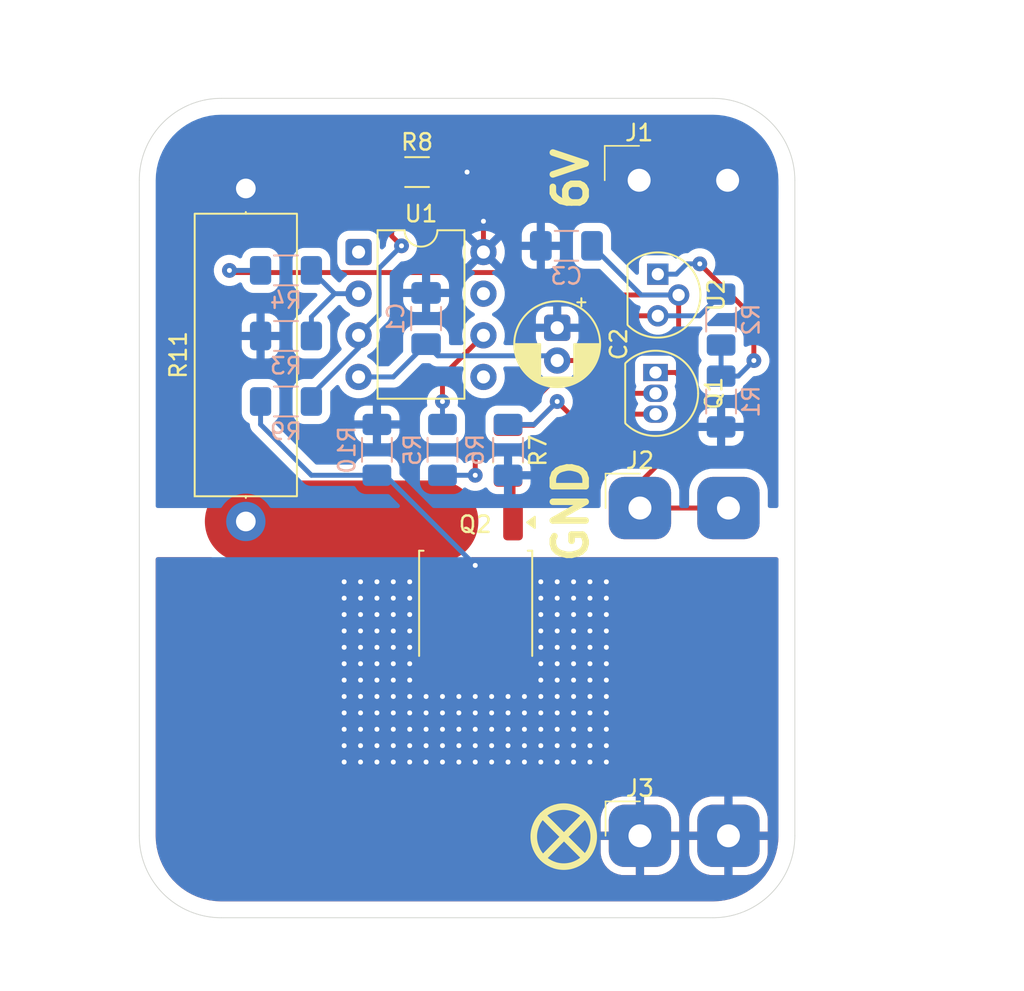
<source format=kicad_pcb>
(kicad_pcb (version 20241229) (generator "pcbnew") (generator_version "9.0")
  (layers (0 "F.Cu" signal) (2 "B.Cu" signal) (13 "F.Paste" user) (15 "B.Paste" user) (5 "F.SilkS" user "F.Silkscreen") (7 "B.SilkS" user "B.Silkscreen") (1 "F.Mask" user) (3 "B.Mask" user) (25 "Edge.Cuts" user))
  (net 0 "")
  (net 1 "VEE")
  (net 2 "VCC")
  (net 3 "GND")
  (net 4 "Net-(J3-Pin_1)")
  (net 5 "Net-(Q1-B)")
  (net 6 "Net-(Q1-E)")
  (net 7 "Net-(Q2-G)")
  (net 8 "Net-(U2-ADJ)")
  (net 9 "Net-(U1-XTAL1{slash}PB3)")
  (net 10 "Net-(U1-PB1)")
  (net 13 "Net-(Q2-S)")
  (net 14 "Net-(U1-XTAL2{slash}PB4)")
  (footprint "Package_TO_SOT_THT:TO-92" (layer "F.Cu") (at 131.64 110.73 -90)
    (property "Reference" "U2" (at 1.27 -3.56 90) (layer "F.SilkS"))
    (property "Value" "LM337_TO92")
    (fp_line (start -0.53 1.85) (end 3.07 1.85) (stroke (width 0.12)) (layer "F.SilkS"))
    (fp_arc (start -0.568478 1.838478) (mid -1.132087 -0.994977) (end 1.27 -2.6) (stroke (width 0.12)) (layer "F.SilkS"))
    (fp_arc (start 1.27 -2.6) (mid 3.672087 -0.994977) (end 3.108478 1.838478) (stroke (width 0.12)) (layer "F.SilkS"))
    (pad "1" thru_hole rect (at 0 0 270) (size 1.3 1.3) (drill 0.75) (layers "*.Cu" "*.Mask") (net 8 "Net-(U2-ADJ)"))
    (pad "2" thru_hole circle (at 1.27 -1.27 270) (size 1.3 1.3) (drill 0.75) (layers "*.Cu" "*.Mask") (net 3 "GND"))
    (pad "3" thru_hole circle (at 2.54 0 270) (size 1.3 1.3) (drill 0.75) (layers "*.Cu" "*.Mask") (net 1 "VEE"))
  )
  (footprint "own:BladeConn_6.3x0.8mm_Horizontal" (layer "F.Cu") (at 130.55 145)
    (property "Reference" "J3" (at 0 -2.9 0) (layer "F.SilkS"))
    (property "Value" "Conn_Blade")
    (fp_line (start -2.1 -2.1) (end -2.1 0) (stroke (width 0.1)) (layer "F.SilkS"))
    (fp_line (start 0 -2.1) (end -2.1 -2.1) (stroke (width 0.1)) (layer "F.SilkS"))
    (pad "1" thru_hole roundrect (at 0 0) (size 3.8 3.8) (drill 1.4) (layers "*.Cu" "*.Mask") (net 4 "Net-(J3-Pin_1)"))
    (pad "1" thru_hole roundrect (at 5.4 0) (size 3.8 3.8) (drill 1.4) (layers "*.Cu" "*.Mask") (net 4 "Net-(J3-Pin_1)"))
  )
  (footprint "Package_TO_SOT_SMD:TO-252-2" (layer "F.Cu") (at 120.525 130.915 -90)
    (property "Reference" "Q2" (at -4.915 0.025 0) (layer "F.SilkS"))
    (property "Value" "YJD70P03A")
    (fp_line (start -3.31 3.45) (end -3.31 3.18) (stroke (width 0.12)) (layer "F.SilkS"))
    (fp_line (start 3.11 3.45) (end -3.31 3.45) (stroke (width 0.12)) (layer "F.SilkS"))
    (fp_line (start -3.31 -3.45) (end -3.31 -3.18) (stroke (width 0.12)) (layer "F.SilkS"))
    (fp_line (start 3.11 -3.45) (end -3.31 -3.45) (stroke (width 0.12)) (layer "F.SilkS"))
    (fp_poly (pts (xy -5.04 -3.14) (xy -5.38 -3.61) (xy -4.7 -3.61)) (stroke (width 0.12)) (fill yes) (layer "F.SilkS"))
    (pad "1" smd roundrect (at -5.04 -2.28 270) (size 2.2 1.2) (layers "F.Cu" "F.Mask" "F.Paste") (roundrect_rratio 0.208333) (net 7 "Net-(Q2-G)"))
    (pad "2" smd roundrect (at 1.26 0 270) (size 6.4 5.8) (layers "F.Cu" "F.Mask") (roundrect_rratio 0.043103) (net 4 "Net-(J3-Pin_1)"))
    (pad "3" smd roundrect (at -5.04 2.28 270) (size 2.2 1.2) (layers "F.Cu" "F.Mask" "F.Paste") (roundrect_rratio 0.208333) (net 13 "Net-(Q2-S)"))
  )
  (footprint "own:BladeConn_6.3x0.8mm_Horizontal" (layer "F.Cu") (at 130.5 105)
    (property "Reference" "J1" (at 0 -2.9 0) (layer "F.SilkS"))
    (property "Value" "Conn_Blade")
    (fp_line (start -2.1 -2.1) (end -2.1 0) (stroke (width 0.1)) (layer "F.SilkS"))
    (fp_line (start 0 -2.1) (end -2.1 -2.1) (stroke (width 0.1)) (layer "F.SilkS"))
    (pad "1" thru_hole roundrect (at 0 0) (size 3.8 3.8) (drill 1.4) (layers "*.Cu" "*.Mask") (net 2 "VCC"))
    (pad "1" thru_hole roundrect (at 5.4 0) (size 3.8 3.8) (drill 1.4) (layers "*.Cu" "*.Mask") (net 2 "VCC"))
  )
  (footprint "Capacitor_THT:CP_Radial_D5.0mm_P2.00mm" (layer "F.Cu") (at 125.5 114 -90)
    (property "Reference" "C2" (at 1 -3.75 90) (layer "F.SilkS"))
    (property "Value" "10u")
    (fp_line (start 1 1.04) (end 1 2.58) (stroke (width 0.12)) (layer "F.SilkS"))
    (fp_line (start 1.04 1.04) (end 1.04 2.58) (stroke (width 0.12)) (layer "F.SilkS"))
    (fp_line (start 1.08 1.04) (end 1.08 2.579) (stroke (width 0.12)) (layer "F.SilkS"))
    (fp_line (start 1.12 1.04) (end 1.12 2.577) (stroke (width 0.12)) (layer "F.SilkS"))
    (fp_line (start 1.16 1.04) (end 1.16 2.575) (stroke (width 0.12)) (layer "F.SilkS"))
    (fp_line (start 1.2 1.04) (end 1.2 2.572) (stroke (width 0.12)) (layer "F.SilkS"))
    (fp_line (start 1.24 1.04) (end 1.24 2.569) (stroke (width 0.12)) (layer "F.SilkS"))
    (fp_line (start 1.28 1.04) (end 1.28 2.565) (stroke (width 0.12)) (layer "F.SilkS"))
    (fp_line (start 1.32 1.04) (end 1.32 2.56) (stroke (width 0.12)) (layer "F.SilkS"))
    (fp_line (start 1.36 1.04) (end 1.36 2.555) (stroke (width 0.12)) (layer "F.SilkS"))
    (fp_line (start 1.4 1.04) (end 1.4 2.549) (stroke (width 0.12)) (layer "F.SilkS"))
    (fp_line (start 1.44 1.04) (end 1.44 2.543) (stroke (width 0.12)) (layer "F.SilkS"))
    (fp_line (start 1.48 1.04) (end 1.48 2.536) (stroke (width 0.12)) (layer "F.SilkS"))
    (fp_line (start 1.52 1.04) (end 1.52 2.528) (stroke (width 0.12)) (layer "F.SilkS"))
    (fp_line (start 1.56 1.04) (end 1.56 2.519) (stroke (width 0.12)) (layer "F.SilkS"))
    (fp_line (start 1.6 1.04) (end 1.6 2.51) (stroke (width 0.12)) (layer "F.SilkS"))
    (fp_line (start 1.64 1.04) (end 1.64 2.501) (stroke (width 0.12)) (layer "F.SilkS"))
    (fp_line (start 1.68 1.04) (end 1.68 2.49) (stroke (width 0.12)) (layer "F.SilkS"))
    (fp_line (start 1.72 1.04) (end 1.72 2.479) (stroke (width 0.12)) (layer "F.SilkS"))
    (fp_line (start 1.76 1.04) (end 1.76 2.467) (stroke (width 0.12)) (layer "F.SilkS"))
    (fp_line (start 1.8 1.04) (end 1.8 2.455) (stroke (width 0.12)) (layer "F.SilkS"))
    (fp_line (start 1.84 1.04) (end 1.84 2.442) (stroke (width 0.12)) (layer "F.SilkS"))
    (fp_line (start 1.88 1.04) (end 1.88 2.428) (stroke (width 0.12)) (layer "F.SilkS"))
    (fp_line (start 1.92 1.04) (end 1.92 2.413) (stroke (width 0.12)) (layer "F.SilkS"))
    (fp_line (start 1.96 1.04) (end 1.96 2.398) (stroke (width 0.12)) (layer "F.SilkS"))
    (fp_line (start 2 1.04) (end 2 2.382) (stroke (width 0.12)) (layer "F.SilkS"))
    (fp_line (start 2.04 1.04) (end 2.04 2.365) (stroke (width 0.12)) (layer "F.SilkS"))
    (fp_line (start 2.08 1.04) (end 2.08 2.347) (stroke (width 0.12)) (layer "F.SilkS"))
    (fp_line (start 2.12 1.04) (end 2.12 2.329) (stroke (width 0.12)) (layer "F.SilkS"))
    (fp_line (start 2.16 1.04) (end 2.16 2.309) (stroke (width 0.12)) (layer "F.SilkS"))
    (fp_line (start 2.2 1.04) (end 2.2 2.289) (stroke (width 0.12)) (layer "F.SilkS"))
    (fp_line (start 2.24 1.04) (end 2.24 2.268) (stroke (width 0.12)) (layer "F.SilkS"))
    (fp_line (start 2.28 1.04) (end 2.28 2.246) (stroke (width 0.12)) (layer "F.SilkS"))
    (fp_line (start 2.32 1.04) (end 2.32 2.223) (stroke (width 0.12)) (layer "F.SilkS"))
    (fp_line (start 2.36 1.04) (end 2.36 2.199) (stroke (width 0.12)) (layer "F.SilkS"))
    (fp_line (start 2.4 1.04) (end 2.4 2.175) (stroke (width 0.12)) (layer "F.SilkS"))
    (fp_line (start 2.44 1.04) (end 2.44 2.149) (stroke (width 0.12)) (layer "F.SilkS"))
    (fp_line (start 2.48 1.04) (end 2.48 2.122) (stroke (width 0.12)) (layer "F.SilkS"))
    (fp_line (start 2.52 1.04) (end 2.52 2.094) (stroke (width 0.12)) (layer "F.SilkS"))
    (fp_line (start 2.56 1.04) (end 2.56 2.065) (stroke (width 0.12)) (layer "F.SilkS"))
    (fp_line (start 2.6 1.04) (end 2.6 2.035) (stroke (width 0.12)) (layer "F.SilkS"))
    (fp_line (start 2.64 1.04) (end 2.64 2.003) (stroke (width 0.12)) (layer "F.SilkS"))
    (fp_line (start 2.68 1.04) (end 2.68 1.97) (stroke (width 0.12)) (layer "F.SilkS"))
    (fp_line (start 2.72 1.04) (end 2.72 1.936) (stroke (width 0.12)) (layer "F.SilkS"))
    (fp_line (start 2.76 1.04) (end 2.76 1.901) (stroke (width 0.12)) (layer "F.SilkS"))
    (fp_line (start 2.8 1.04) (end 2.8 1.864) (stroke (width 0.12)) (layer "F.SilkS"))
    (fp_line (start 2.84 1.04) (end 2.84 1.825) (stroke (width 0.12)) (layer "F.SilkS"))
    (fp_line (start 2.88 1.04) (end 2.88 1.785) (stroke (width 0.12)) (layer "F.SilkS"))
    (fp_line (start 2.92 1.04) (end 2.92 1.743) (stroke (width 0.12)) (layer "F.SilkS"))
    (fp_line (start 2.96 1.04) (end 2.96 1.699) (stroke (width 0.12)) (layer "F.SilkS"))
    (fp_line (start 3 1.04) (end 3 1.652) (stroke (width 0.12)) (layer "F.SilkS"))
    (fp_line (start 3.6 -0.283) (end 3.6 0.283) (stroke (width 0.12)) (layer "F.SilkS"))
    (fp_line (start 3.56 -0.517) (end 3.56 0.517) (stroke (width 0.12)) (layer "F.SilkS"))
    (fp_line (start 3.52 -0.677) (end 3.52 0.677) (stroke (width 0.12)) (layer "F.SilkS"))
    (fp_line (start 3.48 -0.805) (end 3.48 0.805) (stroke (width 0.12)) (layer "F.SilkS"))
    (fp_line (start 3.44 -0.914) (end 3.44 0.914) (stroke (width 0.12)) (layer "F.SilkS"))
    (fp_line (start 3.4 -1.011) (end 3.4 1.011) (stroke (width 0.12)) (layer "F.SilkS"))
    (fp_line (start 3.36 -1.098) (end 3.36 1.098) (stroke (width 0.12)) (layer "F.SilkS"))
    (fp_line (start 3.32 -1.177) (end 3.32 1.177) (stroke (width 0.12)) (layer "F.SilkS"))
    (fp_line (start 3.28 -1.251) (end 3.28 1.251) (stroke (width 0.12)) (layer "F.SilkS"))
    (fp_line (start 3.24 -1.319) (end 3.24 1.319) (stroke (width 0.12)) (layer "F.SilkS"))
    (fp_line (start 3.2 -1.383) (end 3.2 1.383) (stroke (width 0.12)) (layer "F.SilkS"))
    (fp_line (start 3.16 -1.443) (end 3.16 1.443) (stroke (width 0.12)) (layer "F.SilkS"))
    (fp_line (start -1.804775 -1.475) (end -1.304775 -1.475) (stroke (width 0.12)) (layer "F.SilkS"))
    (fp_line (start 3.12 -1.499) (end 3.12 1.499) (stroke (width 0.12)) (layer "F.SilkS"))
    (fp_line (start 3.08 -1.553) (end 3.08 1.553) (stroke (width 0.12)) (layer "F.SilkS"))
    (fp_line (start 3.04 -1.604) (end 3.04 1.604) (stroke (width 0.12)) (layer "F.SilkS"))
    (fp_line (start 3 -1.652) (end 3 -1.04) (stroke (width 0.12)) (layer "F.SilkS"))
    (fp_line (start 2.96 -1.699) (end 2.96 -1.04) (stroke (width 0.12)) (layer "F.SilkS"))
    (fp_line (start -1.554775 -1.725) (end -1.554775 -1.225) (stroke (width 0.12)) (layer "F.SilkS"))
    (fp_line (start 2.92 -1.743) (end 2.92 -1.04) (stroke (width 0.12)) (layer "F.SilkS"))
    (fp_line (start 2.88 -1.785) (end 2.88 -1.04) (stroke (width 0.12)) (layer "F.SilkS"))
    (fp_line (start 2.84 -1.825) (end 2.84 -1.04) (stroke (width 0.12)) (layer "F.SilkS"))
    (fp_line (start 2.8 -1.864) (end 2.8 -1.04) (stroke (width 0.12)) (layer "F.SilkS"))
    (fp_line (start 2.76 -1.901) (end 2.76 -1.04) (stroke (width 0.12)) (layer "F.SilkS"))
    (fp_line (start 2.72 -1.936) (end 2.72 -1.04) (stroke (width 0.12)) (layer "F.SilkS"))
    (fp_line (start 2.68 -1.97) (end 2.68 -1.04) (stroke (width 0.12)) (layer "F.SilkS"))
    (fp_line (start 2.64 -2.003) (end 2.64 -1.04) (stroke (width 0.12)) (layer "F.SilkS"))
    (fp_line (start 2.6 -2.035) (end 2.6 -1.04) (stroke (width 0.12)) (layer "F.SilkS"))
    (fp_line (start 2.56 -2.065) (end 2.56 -1.04) (stroke (width 0.12)) (layer "F.SilkS"))
    (fp_line (start 2.52 -2.094) (end 2.52 -1.04) (stroke (width 0.12)) (layer "F.SilkS"))
    (fp_line (start 2.48 -2.122) (end 2.48 -1.04) (stroke (width 0.12)) (layer "F.SilkS"))
    (fp_line (start 2.44 -2.149) (end 2.44 -1.04) (stroke (width 0.12)) (layer "F.SilkS"))
    (fp_line (start 2.4 -2.175) (end 2.4 -1.04) (stroke (width 0.12)) (layer "F.SilkS"))
    (fp_line (start 2.36 -2.199) (end 2.36 -1.04) (stroke (width 0.12)) (layer "F.SilkS"))
    (fp_line (start 2.32 -2.223) (end 2.32 -1.04) (stroke (width 0.12)) (layer "F.SilkS"))
    (fp_line (start 2.28 -2.246) (end 2.28 -1.04) (stroke (width 0.12)) (layer "F.SilkS"))
    (fp_line (start 2.24 -2.268) (end 2.24 -1.04) (stroke (width 0.12)) (layer "F.SilkS"))
    (fp_line (start 2.2 -2.289) (end 2.2 -1.04) (stroke (width 0.12)) (layer "F.SilkS"))
    (fp_line (start 2.16 -2.309) (end 2.16 -1.04) (stroke (width 0.12)) (layer "F.SilkS"))
    (fp_line (start 2.12 -2.329) (end 2.12 -1.04) (stroke (width 0.12)) (layer "F.SilkS"))
    (fp_line (start 2.08 -2.347) (end 2.08 -1.04) (stroke (width 0.12)) (layer "F.SilkS"))
    (fp_line (start 2.04 -2.365) (end 2.04 -1.04) (stroke (width 0.12)) (layer "F.SilkS"))
    (fp_line (start 2 -2.382) (end 2 -1.04) (stroke (width 0.12)) (layer "F.SilkS"))
    (fp_line (start 1.96 -2.398) (end 1.96 -1.04) (stroke (width 0.12)) (layer "F.SilkS"))
    (fp_line (start 1.92 -2.413) (end 1.92 -1.04) (stroke (width 0.12)) (layer "F.SilkS"))
    (fp_line (start 1.88 -2.428) (end 1.88 -1.04) (stroke (width 0.12)) (layer "F.SilkS"))
    (fp_line (start 1.84 -2.442) (end 1.84 -1.04) (stroke (width 0.12)) (layer "F.SilkS"))
    (fp_line (start 1.8 -2.455) (end 1.8 -1.04) (stroke (width 0.12)) (layer "F.SilkS"))
    (fp_line (start 1.76 -2.467) (end 1.76 -1.04) (stroke (width 0.12)) (layer "F.SilkS"))
    (fp_line (start 1.72 -2.479) (end 1.72 -1.04) (stroke (width 0.12)) (layer "F.SilkS"))
    (fp_line (start 1.68 -2.49) (end 1.68 -1.04) (stroke (width 0.12)) (layer "F.SilkS"))
    (fp_line (start 1.64 -2.501) (end 1.64 -1.04) (stroke (width 0.12)) (layer "F.SilkS"))
    (fp_line (start 1.6 -2.51) (end 1.6 -1.04) (stroke (width 0.12)) (layer "F.SilkS"))
    (fp_line (start 1.56 -2.519) (end 1.56 -1.04) (stroke (width 0.12)) (layer "F.SilkS"))
    (fp_line (start 1.52 -2.528) (end 1.52 -1.04) (stroke (width 0.12)) (layer "F.SilkS"))
    (fp_line (start 1.48 -2.536) (end 1.48 -1.04) (stroke (width 0.12)) (layer "F.SilkS"))
    (fp_line (start 1.44 -2.543) (end 1.44 -1.04) (stroke (width 0.12)) (layer "F.SilkS"))
    (fp_line (start 1.4 -2.549) (end 1.4 -1.04) (stroke (width 0.12)) (layer "F.SilkS"))
    (fp_line (start 1.36 -2.555) (end 1.36 -1.04) (stroke (width 0.12)) (layer "F.SilkS"))
    (fp_line (start 1.32 -2.56) (end 1.32 -1.04) (stroke (width 0.12)) (layer "F.SilkS"))
    (fp_line (start 1.28 -2.565) (end 1.28 -1.04) (stroke (width 0.12)) (layer "F.SilkS"))
    (fp_line (start 1.24 -2.569) (end 1.24 -1.04) (stroke (width 0.12)) (layer "F.SilkS"))
    (fp_line (start 1.2 -2.572) (end 1.2 -1.04) (stroke (width 0.12)) (layer "F.SilkS"))
    (fp_line (start 1.16 -2.575) (end 1.16 -1.04) (stroke (width 0.12)) (layer "F.SilkS"))
    (fp_line (start 1.12 -2.577) (end 1.12 -1.04) (stroke (width 0.12)) (layer "F.SilkS"))
    (fp_line (start 1.08 -2.579) (end 1.08 -1.04) (stroke (width 0.12)) (layer "F.SilkS"))
    (fp_line (start 1 -2.58) (end 1 -1.04) (stroke (width 0.12)) (layer "F.SilkS"))
    (fp_line (start 1.04 -2.58) (end 1.04 -1.04) (stroke (width 0.12)) (layer "F.SilkS"))
    (fp_circle (center 1 0) (end 3.62 0) (stroke (width 0.12)) (fill no) (layer "F.SilkS"))
    (pad "1" thru_hole roundrect (at 0 0 270) (size 1.6 1.6) (drill 0.8) (layers "*.Cu" "*.Mask") (roundrect_rratio 0.15625) (net 2 "VCC"))
    (pad "2" thru_hole circle (at 2 0 270) (size 1.6 1.6) (drill 0.8) (layers "*.Cu" "*.Mask") (net 1 "VEE"))
  )
  (footprint "Package_DIP:DIP-8_W7.62mm" (layer "F.Cu") (at 113.38 109.38)
    (property "Reference" "U1" (at 3.81 -2.33 0) (layer "F.SilkS"))
    (property "Value" "ATtiny45-20P")
    (fp_line (start 1.16 -1.33) (end 1.16 8.95) (stroke (width 0.12)) (layer "F.SilkS"))
    (fp_line (start 1.16 8.95) (end 6.46 8.95) (stroke (width 0.12)) (layer "F.SilkS"))
    (fp_line (start 2.81 -1.33) (end 1.16 -1.33) (stroke (width 0.12)) (layer "F.SilkS"))
    (fp_line (start 6.46 -1.33) (end 4.81 -1.33) (stroke (width 0.12)) (layer "F.SilkS"))
    (fp_line (start 6.46 8.95) (end 6.46 -1.33) (stroke (width 0.12)) (layer "F.SilkS"))
    (fp_arc (start 4.81 -1.33) (mid 3.81 -0.33) (end 2.81 -1.33) (stroke (width 0.12)) (layer "F.SilkS"))
    (pad "1" thru_hole roundrect (at 0 0) (size 1.6 1.6) (drill 0.8) (layers "*.Cu" "*.Mask") (roundrect_rratio 0.15625))
    (pad "2" thru_hole circle (at 0 2.54) (size 1.6 1.6) (drill 0.8) (layers "*.Cu" "*.Mask") (net 9 "Net-(U1-XTAL1{slash}PB3)"))
    (pad "3" thru_hole circle (at 0 5.08) (size 1.6 1.6) (drill 0.8) (layers "*.Cu" "*.Mask") (net 14 "Net-(U1-XTAL2{slash}PB4)"))
    (pad "4" thru_hole circle (at 0 7.62) (size 1.6 1.6) (drill 0.8) (layers "*.Cu" "*.Mask") (net 1 "VEE"))
    (pad "5" thru_hole circle (at 7.62 7.62) (size 1.6 1.6) (drill 0.8) (layers "*.Cu" "*.Mask"))
    (pad "6" thru_hole circle (at 7.62 5.08) (size 1.6 1.6) (drill 0.8) (layers "*.Cu" "*.Mask") (net 10 "Net-(U1-PB1)"))
    (pad "7" thru_hole circle (at 7.62 2.54) (size 1.6 1.6) (drill 0.8) (layers "*.Cu" "*.Mask"))
    (pad "8" thru_hole circle (at 7.62 0) (size 1.6 1.6) (drill 0.8) (layers "*.Cu" "*.Mask") (net 2 "VCC"))
  )
  (footprint "own:BladeConn_6.3x0.8mm_Horizontal" (layer "F.Cu") (at 130.55 125)
    (property "Reference" "J2" (at 0 -2.9 0) (layer "F.SilkS"))
    (property "Value" "Conn_Blade")
    (fp_line (start -2.1 -2.1) (end -2.1 0) (stroke (width 0.1)) (layer "F.SilkS"))
    (fp_line (start 0 -2.1) (end -2.1 -2.1) (stroke (width 0.1)) (layer "F.SilkS"))
    (pad "1" thru_hole roundrect (at 0 0) (size 3.8 3.8) (drill 1.4) (layers "*.Cu" "*.Mask") (net 3 "GND"))
    (pad "1" thru_hole roundrect (at 5.4 0) (size 3.8 3.8) (drill 1.4) (layers "*.Cu" "*.Mask") (net 3 "GND"))
  )
  (footprint "Resistor_SMD:R_1206_3216Metric_Pad1.30x1.75mm_HandSolder" (layer "F.Cu") (at 122.5 121.5 -90)
    (property "Reference" "R7" (at 0 -1.83 90) (layer "F.SilkS"))
    (property "Value" "150")
    (fp_line (start -0.727064 0.91) (end 0.727064 0.91) (stroke (width 0.12)) (layer "F.SilkS"))
    (fp_line (start -0.727064 -0.91) (end 0.727064 -0.91) (stroke (width 0.12)) (layer "F.SilkS"))
    (pad "1" smd roundrect (at -1.55 0 270) (size 1.3 1.75) (layers "F.Cu" "F.Mask" "F.Paste") (roundrect_rratio 0.192308) (net 6 "Net-(Q1-E)"))
    (pad "2" smd roundrect (at 1.55 0 270) (size 1.3 1.75) (layers "F.Cu" "F.Mask" "F.Paste") (roundrect_rratio 0.192308) (net 7 "Net-(Q2-G)"))
  )
  (footprint "Resistor_THT:R_Axial_DIN0617_L17.0mm_D6.0mm_P20.32mm_Horizontal" (layer "F.Cu") (at 106.5 125.82 90)
    (property "Reference" "R11" (at 10.16 -4.12 90) (layer "F.SilkS"))
    (property "Value" "0,05/5W")
    (fp_line (start 18.88 0) (end 18.78 0) (stroke (width 0.12)) (layer "F.SilkS"))
    (fp_line (start 1.44 0) (end 1.54 0) (stroke (width 0.12)) (layer "F.SilkS"))
    (fp_rect (start 1.54 -3.12) (end 18.78 3.12) (stroke (width 0.12)) (fill no) (layer "F.SilkS"))
    (pad "1" thru_hole circle (at 0 0 90) (size 2.4 2.4) (drill 1.2) (layers "*.Cu" "*.Mask") (net 13 "Net-(Q2-S)"))
    (pad "2" thru_hole circle (at 20.32 0 90) (size 2.4 2.4) (drill 1.2) (layers "*.Cu" "*.Mask") (net 2 "VCC"))
  )
  (footprint "Resistor_SMD:R_1206_3216Metric_Pad1.30x1.75mm_HandSolder" (layer "F.Cu") (at 116.95 104.5)
    (property "Reference" "R8" (at 0 -1.83 0) (layer "F.SilkS"))
    (property "Value" "1,5k")
    (fp_line (start -0.727064 -0.91) (end 0.727064 -0.91) (stroke (width 0.12)) (layer "F.SilkS"))
    (fp_line (start -0.727064 0.91) (end 0.727064 0.91) (stroke (width 0.12)) (layer "F.SilkS"))
    (pad "1" smd roundrect (at -1.55 0) (size 1.3 1.75) (layers "F.Cu" "F.Mask" "F.Paste") (roundrect_rratio 0.192308) (net 14 "Net-(U1-XTAL2{slash}PB4)"))
    (pad "2" smd roundrect (at 1.55 0) (size 1.3 1.75) (layers "F.Cu" "F.Mask" "F.Paste") (roundrect_rratio 0.192308) (net 2 "VCC"))
  )
  (footprint "Package_TO_SOT_THT:TO-92_Inline" (layer "F.Cu") (at 131.5 116.73 -90)
    (property "Reference" "Q1" (at 1.27 -3.56 90) (layer "F.SilkS"))
    (property "Value" "BC327")
    (fp_line (start -0.53 1.85) (end 3.07 1.85) (stroke (width 0.12)) (layer "F.SilkS"))
    (fp_arc (start -0.568478 1.838478) (mid -1.132087 -0.994977) (end 1.27 -2.6) (stroke (width 0.12)) (layer "F.SilkS"))
    (fp_arc (start 1.27 -2.6) (mid 3.672087 -0.994977) (end 3.108478 1.838478) (stroke (width 0.12)) (layer "F.SilkS"))
    (pad "1" thru_hole rect (at 0 0 270) (size 1.05 1.5) (drill 0.75) (layers "*.Cu" "*.Mask") (net 3 "GND"))
    (pad "2" thru_hole oval (at 1.27 0 270) (size 1.05 1.5) (drill 0.75) (layers "*.Cu" "*.Mask") (net 5 "Net-(Q1-B)"))
    (pad "3" thru_hole oval (at 2.54 0 270) (size 1.05 1.5) (drill 0.75) (layers "*.Cu" "*.Mask") (net 6 "Net-(Q1-E)"))
  )
  (footprint "Resistor_SMD:R_1206_3216Metric_Pad1.30x1.75mm_HandSolder" (layer "B.Cu") (at 122.5 121.45 90)
    (property "Reference" "R6" (at 0 -2 90) (layer "B.SilkS") (effects (justify mirror)))
    (property "Value" "330")
    (fp_line (start -0.727064 -0.91) (end 0.727064 -0.91) (stroke (width 0.12)) (layer "B.SilkS"))
    (fp_line (start -0.727064 0.91) (end 0.727064 0.91) (stroke (width 0.12)) (layer "B.SilkS"))
    (pad "1" smd roundrect (at -1.55 0 90) (size 1.3 1.75) (layers "B.Cu" "B.Mask" "B.Paste") (roundrect_rratio 0.192308) (net 2 "VCC"))
    (pad "2" smd roundrect (at 1.55 0 90) (size 1.3 1.75) (layers "B.Cu" "B.Mask" "B.Paste") (roundrect_rratio 0.192308) (net 6 "Net-(Q1-E)"))
  )
  (footprint "Resistor_SMD:R_1206_3216Metric_Pad1.30x1.75mm_HandSolder" (layer "B.Cu") (at 108.95 110.5)
    (property "Reference" "R4" (at 0 1.83 0) (layer "B.SilkS") (effects (justify mirror)))
    (property "Value" "3,6k")
    (fp_line (start -0.727064 -0.91) (end 0.727064 -0.91) (stroke (width 0.12)) (layer "B.SilkS"))
    (fp_line (start -0.727064 0.91) (end 0.727064 0.91) (stroke (width 0.12)) (layer "B.SilkS"))
    (pad "1" smd roundrect (at -1.55 0) (size 1.3 1.75) (layers "B.Cu" "B.Mask" "B.Paste") (roundrect_rratio 0.192308) (net 3 "GND"))
    (pad "2" smd roundrect (at 1.55 0) (size 1.3 1.75) (layers "B.Cu" "B.Mask" "B.Paste") (roundrect_rratio 0.192308) (net 9 "Net-(U1-XTAL1{slash}PB3)"))
  )
  (footprint "Resistor_SMD:R_1206_3216Metric_Pad1.30x1.75mm_HandSolder" (layer "B.Cu") (at 108.95 118.5)
    (property "Reference" "R9" (at 0 1.83 0) (layer "B.SilkS") (effects (justify mirror)))
    (property "Value" "3,6k")
    (fp_line (start -0.727064 -0.91) (end 0.727064 -0.91) (stroke (width 0.12)) (layer "B.SilkS"))
    (fp_line (start -0.727064 0.91) (end 0.727064 0.91) (stroke (width 0.12)) (layer "B.SilkS"))
    (pad "1" smd roundrect (at -1.55 0) (size 1.3 1.75) (layers "B.Cu" "B.Mask" "B.Paste") (roundrect_rratio 0.192308) (net 4 "Net-(J3-Pin_1)"))
    (pad "2" smd roundrect (at 1.55 0) (size 1.3 1.75) (layers "B.Cu" "B.Mask" "B.Paste") (roundrect_rratio 0.192308) (net 14 "Net-(U1-XTAL2{slash}PB4)"))
  )
  (footprint "Resistor_SMD:R_1206_3216Metric_Pad1.30x1.75mm_HandSolder" (layer "B.Cu") (at 135.5 113.5 90)
    (property "Reference" "R2" (at 0 1.83 90) (layer "B.SilkS") (effects (justify mirror)))
    (property "Value" "120")
    (fp_line (start -0.727064 -0.91) (end 0.727064 -0.91) (stroke (width 0.12)) (layer "B.SilkS"))
    (fp_line (start -0.727064 0.91) (end 0.727064 0.91) (stroke (width 0.12)) (layer "B.SilkS"))
    (pad "1" smd roundrect (at -1.55 0 90) (size 1.3 1.75) (layers "B.Cu" "B.Mask" "B.Paste") (roundrect_rratio 0.192308) (net 8 "Net-(U2-ADJ)"))
    (pad "2" smd roundrect (at 1.55 0 90) (size 1.3 1.75) (layers "B.Cu" "B.Mask" "B.Paste") (roundrect_rratio 0.192308) (net 1 "VEE"))
  )
  (footprint "Capacitor_SMD:C_1206_3216Metric_Pad1.33x1.80mm_HandSolder" (layer "B.Cu") (at 117.5 113.4375 -90)
    (property "Reference" "C1" (at 0 1.85 90) (layer "B.SilkS") (effects (justify mirror)))
    (property "Value" "100n")
    (fp_line (start -0.711252 0.91) (end 0.711252 0.91) (stroke (width 0.12)) (layer "B.SilkS"))
    (fp_line (start -0.711252 -0.91) (end 0.711252 -0.91) (stroke (width 0.12)) (layer "B.SilkS"))
    (pad "1" smd roundrect (at -1.5625 0 270) (size 1.325 1.8) (layers "B.Cu" "B.Mask" "B.Paste") (roundrect_rratio 0.188679) (net 2 "VCC"))
    (pad "2" smd roundrect (at 1.5625 0 270) (size 1.325 1.8) (layers "B.Cu" "B.Mask" "B.Paste") (roundrect_rratio 0.188679) (net 1 "VEE"))
  )
  (footprint "Capacitor_SMD:C_1206_3216Metric_Pad1.33x1.80mm_HandSolder" (layer "B.Cu") (at 126.0625 109)
    (property "Reference" "C3" (at 0 1.85 0) (layer "B.SilkS") (effects (justify mirror)))
    (property "Value" "1u")
    (fp_line (start -0.711252 -0.91) (end 0.711252 -0.91) (stroke (width 0.12)) (layer "B.SilkS"))
    (fp_line (start -0.711252 0.91) (end 0.711252 0.91) (stroke (width 0.12)) (layer "B.SilkS"))
    (pad "1" smd roundrect (at -1.5625 0) (size 1.325 1.8) (layers "B.Cu" "B.Mask" "B.Paste") (roundrect_rratio 0.188679) (net 2 "VCC"))
    (pad "2" smd roundrect (at 1.5625 0) (size 1.325 1.8) (layers "B.Cu" "B.Mask" "B.Paste") (roundrect_rratio 0.188679) (net 3 "GND"))
  )
  (footprint "Resistor_SMD:R_1206_3216Metric_Pad1.30x1.75mm_HandSolder" (layer "B.Cu") (at 118.5 121.45 -90)
    (property "Reference" "R5" (at 0 1.83 90) (layer "B.SilkS") (effects (justify mirror)))
    (property "Value" "1k")
    (fp_line (start -0.727064 0.91) (end 0.727064 0.91) (stroke (width 0.12)) (layer "B.SilkS"))
    (fp_line (start -0.727064 -0.91) (end 0.727064 -0.91) (stroke (width 0.12)) (layer "B.SilkS"))
    (pad "1" smd roundrect (at -1.55 0 270) (size 1.3 1.75) (layers "B.Cu" "B.Mask" "B.Paste") (roundrect_rratio 0.192308) (net 10 "Net-(U1-PB1)"))
    (pad "2" smd roundrect (at 1.55 0 270) (size 1.3 1.75) (layers "B.Cu" "B.Mask" "B.Paste") (roundrect_rratio 0.192308) (net 5 "Net-(Q1-B)"))
  )
  (footprint "Resistor_SMD:R_1206_3216Metric_Pad1.30x1.75mm_HandSolder" (layer "B.Cu") (at 114.5 121.45 -90)
    (property "Reference" "R10" (at 0 1.83 90) (layer "B.SilkS") (effects (justify mirror)))
    (property "Value" "1,5k")
    (fp_line (start -0.727064 0.91) (end 0.727064 0.91) (stroke (width 0.12)) (layer "B.SilkS"))
    (fp_line (start -0.727064 -0.91) (end 0.727064 -0.91) (stroke (width 0.12)) (layer "B.SilkS"))
    (pad "1" smd roundrect (at -1.55 0 270) (size 1.3 1.75) (layers "B.Cu" "B.Mask" "B.Paste") (roundrect_rratio 0.192308) (net 2 "VCC"))
    (pad "2" smd roundrect (at 1.55 0 270) (size 1.3 1.75) (layers "B.Cu" "B.Mask" "B.Paste") (roundrect_rratio 0.192308) (net 4 "Net-(J3-Pin_1)"))
  )
  (footprint "Resistor_SMD:R_1206_3216Metric_Pad1.30x1.75mm_HandSolder" (layer "B.Cu") (at 108.95 114.5)
    (property "Reference" "R3" (at 0 1.83 0) (layer "B.SilkS") (effects (justify mirror)))
    (property "Value" "1,5k")
    (fp_line (start -0.727064 -0.91) (end 0.727064 -0.91) (stroke (width 0.12)) (layer "B.SilkS"))
    (fp_line (start -0.727064 0.91) (end 0.727064 0.91) (stroke (width 0.12)) (layer "B.SilkS"))
    (pad "1" smd roundrect (at -1.55 0) (size 1.3 1.75) (layers "B.Cu" "B.Mask" "B.Paste") (roundrect_rratio 0.192308) (net 2 "VCC"))
    (pad "2" smd roundrect (at 1.55 0) (size 1.3 1.75) (layers "B.Cu" "B.Mask" "B.Paste") (roundrect_rratio 0.192308) (net 9 "Net-(U1-XTAL1{slash}PB3)"))
  )
  (footprint "Resistor_SMD:R_1206_3216Metric_Pad1.30x1.75mm_HandSolder" (layer "B.Cu") (at 135.5 118.5 90)
    (property "Reference" "R1" (at 0 1.83 90) (layer "B.SilkS") (effects (justify mirror)))
    (property "Value" "200")
    (fp_line (start -0.727064 -0.91) (end 0.727064 -0.91) (stroke (width 0.12)) (layer "B.SilkS"))
    (fp_line (start -0.727064 0.91) (end 0.727064 0.91) (stroke (width 0.12)) (layer "B.SilkS"))
    (pad "1" smd roundrect (at -1.55 0 90) (size 1.3 1.75) (layers "B.Cu" "B.Mask" "B.Paste") (roundrect_rratio 0.192308) (net 2 "VCC"))
    (pad "2" smd roundrect (at 1.55 0 90) (size 1.3 1.75) (layers "B.Cu" "B.Mask" "B.Paste") (roundrect_rratio 0.192308) (net 8 "Net-(U2-ADJ)"))
  )
  (gr_circle (center 125.9 145.05) (end 124.85 143.55) (stroke (width 0.4)) (fill no) (layer "F.SilkS"))
  (gr_line (start 124.65 146.35) (end 127.15 143.8) (stroke (width 0.4)) (layer "F.SilkS"))
  (gr_line (start 124.6053 143.7553) (end 127.2 146.35) (stroke (width 0.4)) (layer "F.SilkS"))
  (gr_line (start 105 100) (end 135 100) (stroke (width 0.05)) (layer "Edge.Cuts"))
  (gr_arc (start 105 150) (mid 101.464466 148.535534) (end 100 145) (stroke (width 0.05)) (layer "Edge.Cuts"))
  (gr_line (start 140 105) (end 140 145) (stroke (width 0.05)) (layer "Edge.Cuts"))
  (gr_arc (start 100 105) (mid 101.464466 101.464466) (end 105 100) (stroke (width 0.05)) (layer "Edge.Cuts"))
  (gr_arc (start 140 145) (mid 138.535534 148.535534) (end 135 150) (stroke (width 0.05)) (layer "Edge.Cuts"))
  (gr_line (start 100 105) (end 100 145) (stroke (width 0.05)) (layer "Edge.Cuts"))
  (gr_arc (start 135 100) (mid 138.535534 101.464466) (end 140 105) (stroke (width 0.05)) (layer "Edge.Cuts"))
  (gr_line (start 105 150) (end 135 150) (stroke (width 0.05)) (layer "Edge.Cuts"))
  (gr_text "GND" (at 127.5 128.5 90) (layer "F.SilkS") (effects (font (size 2 2) (thickness 0.4) (bold yes)) (justify left bottom)))
  (gr_text "6V" (at 127.5 107 90) (layer "F.SilkS") (effects (font (size 2 2) (thickness 0.4) (bold yes)) (justify left bottom)))
  (segment (start 125.5 116) (end 127.5 116) (width 0.3) (layer "F.Cu") (net 1))
  (segment (start 131.64 113.27) (end 130.23 113.27) (width 0.3) (layer "F.Cu") (net 1))
  (segment (start 130.23 113.27) (end 127.5 116) (width 0.3) (layer "F.Cu") (net 1))
  (segment (start 113.38 117) (end 115.5 117) (width 0.3) (layer "B.Cu") (net 1))
  (segment (start 118.211 115.711) (end 125.211 115.711) (width 0.3) (layer "B.Cu") (net 1))
  (segment (start 115.5 117) (end 117.5 115) (width 0.3) (layer "B.Cu") (net 1))
  (segment (start 117.5 115) (end 118.211 115.711) (width 0.3) (layer "B.Cu") (net 1))
  (segment (start 134.18 113.27) (end 135.5 111.95) (width 0.3) (layer "B.Cu") (net 1))
  (segment (start 125.211 115.711) (end 125.5 116) (width 0.3) (layer "B.Cu") (net 1))
  (segment (start 131.64 113.27) (end 134.18 113.27) (width 0.3) (layer "B.Cu") (net 1))
  (segment (start 121 109.38) (end 121 107.5) (width 0.3) (layer "F.Cu") (net 2))
  (segment (start 118.5 104.5) (end 120 104.5) (width 0.3) (layer "F.Cu") (net 2))
  (via (at 121 107.5) (size 0.9) (drill 0.3) (layers "F.Cu" "B.Cu") (net 2))
  (via (at 120 104.5) (size 0.9) (drill 0.3) (layers "F.Cu" "B.Cu") (net 2))
  (segment (start 129.5 105) (end 130.5 105) (width 5) (layer "B.Cu") (net 2))
  (segment (start 135.896847 103.814684) (end 135.89685 103.814687) (width 5) (layer "B.Cu") (net 2))
  (segment (start 135.9 105) (end 136.499 105.599) (width 5) (layer "B.Cu") (net 2))
  (segment (start 134.711531 105) (end 135.896847 103.814684) (width 5) (layer "B.Cu") (net 2))
  (segment (start 106.5 105.5) (end 107 105.5) (width 5) (layer "B.Cu") (net 2))
  (segment (start 130.5 105) (end 134.711531 105) (width 5) (layer "B.Cu") (net 2))
  (segment (start 136.499 105.599) (end 136.499 105.9) (width 5) (layer "B.Cu") (net 2))
  (segment (start 132.91 112) (end 132.91 116.91) (width 0.3) (layer "F.Cu") (net 3))
  (segment (start 131.5 116.73) (end 132.73 116.73) (width 0.3) (layer "F.Cu") (net 3))
  (segment (start 132.91 112) (end 128.5 112) (width 0.3) (layer "F.Cu") (net 3))
  (segment (start 130.55 123.45) (end 133.5 120.5) (width 0.3) (layer "F.Cu") (net 3))
  (segment (start 105.631 110.631) (end 127.131 110.631) (width 0.3) (layer "F.Cu") (net 3))
  (segment (start 132.91 116.91) (end 133 117) (width 0.3) (layer "F.Cu") (net 3))
  (segment (start 130.55 125) (end 135.95 125) (width 0.3) (layer "F.Cu") (net 3))
  (segment (start 127.131 110.631) (end 128.5 112) (width 0.3) (layer "F.Cu") (net 3))
  (segment (start 133 117) (end 133.5 117.5) (width 0.3) (layer "F.Cu") (net 3))
  (segment (start 132.73 116.73) (end 133 117) (width 0.3) (layer "F.Cu") (net 3))
  (segment (start 133.5 117.5) (end 133.5 120.5) (width 0.3) (layer "F.Cu") (net 3))
  (segment (start 105.5 110.5) (end 105.631 110.631) (width 0.3) (layer "F.Cu") (net 3))
  (segment (start 130.55 125) (end 130.55 123.45) (width 0.3) (layer "F.Cu") (net 3))
  (via (at 105.5 110.5) (size 0.9) (drill 0.3) (layers "F.Cu" "B.Cu") (net 3))
  (segment (start 107.4 110.5) (end 105.5 110.5) (width 0.3) (layer "B.Cu") (net 3))
  (segment (start 130.625 112) (end 132.91 112) (width 0.3) (layer "B.Cu") (net 3))
  (segment (start 127.625 109) (end 130.625 112) (width 0.3) (layer "B.Cu") (net 3))
  (segment (start 127.625 109) (end 127.625 109.165) (width 0.3) (layer "B.Cu") (net 3))
  (segment (start 120.525 128.525) (end 120.525 132.175) (width 0.3) (layer "F.Cu") (net 4))
  (segment (start 120.5 128.5) (end 120.525 128.525) (width 0.3) (layer "F.Cu") (net 4))
  (segment (start 119.2 133.5) (end 120.525 132.175) (width 0.3) (layer "F.Cu") (net 4))
  (segment (start 121.85 133.5) (end 120.525 132.175) (width 0.3) (layer "F.Cu") (net 4))
  (via (at 114.5 140.5) (size 0.9) (drill 0.3) (layers "F.Cu" "B.Cu") (net 4))
  (via (at 128.5 129.5) (size 0.9) (drill 0.3) (layers "F.Cu" "B.Cu") (net 4))
  (via (at 124.5 137.5) (size 0.9) (drill 0.3) (layers "F.Cu" "B.Cu") (net 4))
  (via (at 114.5 137.5) (size 0.9) (drill 0.3) (layers "F.Cu" "B.Cu") (net 4))
  (via (at 127.5 129.5) (size 0.9) (drill 0.3) (layers "F.Cu" "B.Cu") (net 4))
  (via (at 125.5 136.5) (size 0.9) (drill 0.3) (layers "F.Cu" "B.Cu") (net 4))
  (via (at 124.5 132.5) (size 0.9) (drill 0.3) (layers "F.Cu" "B.Cu") (net 4))
  (via (at 128.5 134.5) (size 0.9) (drill 0.3) (layers "F.Cu" "B.Cu") (net 4))
  (via (at 116.5 136.5) (size 0.9) (drill 0.3) (layers "F.Cu" "B.Cu") (net 4))
  (via (at 126.5 132.5) (size 0.9) (drill 0.3) (layers "F.Cu" "B.Cu") (net 4))
  (via (at 121.5 136.5) (size 0.9) (drill 0.3) (layers "F.Cu" "B.Cu") (net 4))
  (via (at 127.5 134.5) (size 0.9) (drill 0.3) (layers "F.Cu" "B.Cu") (net 4))
  (via (at 112.5 135.5) (size 0.9) (drill 0.3) (layers "F.Cu" "B.Cu") (net 4))
  (via (at 122.5 136.5) (size 0.9) (drill 0.3) (layers "F.Cu" "B.Cu") (net 4))
  (via (at 115.5 133.5) (size 0.9) (drill 0.3) (layers "F.Cu" "B.Cu") (net 4))
  (via (at 127.5 135.5) (size 0.9) (drill 0.3) (layers "F.Cu" "B.Cu") (net 4))
  (via (at 117.5 136.5) (size 0.9) (drill 0.3) (layers "F.Cu" "B.Cu") (net 4))
  (via (at 125.5 131.5) (size 0.9) (drill 0.3) (layers "F.Cu" "B.Cu") (net 4))
  (via (at 128.5 132.5) (size 0.9) (drill 0.3) (layers "F.Cu" "B.Cu") (net 4))
  (via (at 128.5 138.5) (size 0.9) (drill 0.3) (layers "F.Cu" "B.Cu") (net 4))
  (via (at 124.5 130.5) (size 0.9) (drill 0.3) (layers "F.Cu" "B.Cu") (net 4))
  (via (at 127.5 138.5) (size 0.9) (drill 0.3) (layers "F.Cu" "B.Cu") (net 4))
  (via (at 114.5 134.5) (size 0.9) (drill 0.3) (layers "F.Cu" "B.Cu") (net 4))
  (via (at 128.5 131.5) (size 0.9) (drill 0.3) (layers "F.Cu" "B.Cu") (net 4))
  (via (at 124.5 140.5) (size 0.9) (drill 0.3) (layers "F.Cu" "B.Cu") (net 4))
  (via (at 114.5 133.5) (size 0.9) (drill 0.3) (layers "F.Cu" "B.Cu") (net 4))
  (via (at 125.5 134.5) (size 0.9) (drill 0.3) (layers "F.Cu" "B.Cu") (net 4))
  (via (at 112.5 129.5) (size 0.9) (drill 0.3) (layers "F.Cu" "B.Cu") (net 4))
  (via (at 126.5 139.5) (size 0.9) (drill 0.3) (layers "F.Cu" "B.Cu") (net 4))
  (via (at 112.5 140.5) (size 0.9) (drill 0.3) (layers "F.Cu" "B.Cu") (net 4))
  (via (at 114.5 139.5) (size 0.9) (drill 0.3) (layers "F.Cu" "B.Cu") (net 4))
  (via (at 119.5 137.5) (size 0.9) (drill 0.3) (layers "F.Cu" "B.Cu") (net 4))
  (via (at 118.5 140.5) (size 0.9) (drill 0.3) (layers "F.Cu" "B.Cu") (net 4))
  (via (at 113.5 140.5) (size 0.9) (drill 0.3) (layers "F.Cu" "B.Cu") (net 4))
  (via (at 126.5 140.5) (size 0.9) (drill 0.3) (layers "F.Cu" "B.Cu") (net 4))
  (via (at 116.5 133.5) (size 0.9) (drill 0.3) (layers "F.Cu" "B.Cu") (net 4))
  (via (at 119.5 138.5) (size 0.9) (drill 0.3) (layers "F.Cu" "B.Cu") (net 4))
  (via (at 128.5 133.5) (size 0.9) (drill 0.3) (layers "F.Cu" "B.Cu") (net 4))
  (via (at 124.5 133.5) (size 0.9) (drill 0.3) (layers "F.Cu" "B.Cu") (net 4))
  (via (at 113.5 131.5) (size 0.9) (drill 0.3) (layers "F.Cu" "B.Cu") (net 4))
  (via (at 125.5 137.5) (size 0.9) (drill 0.3) (layers "F.Cu" "B.Cu") (net 4))
  (via (at 116.5 135.5) (size 0.9) (drill 0.3) (layers "F.Cu" "B.Cu") (net 4))
  (via (at 113.5 134.5) (size 0.9) (drill 0.3) (layers "F.Cu" "B.Cu") (net 4))
  (via (at 119.5 140.5) (size 0.9) (drill 0.3) (layers "F.Cu" "B.Cu") (net 4))
  (via (at 127.5 130.5) (size 0.9) (drill 0.3) (layers "F.Cu" "B.Cu") (net 4))
  (via (at 115.5 129.5) (size 0.9) (drill 0.3) (layers "F.Cu" "B.Cu") (net 4))
  (via (at 122.5 138.5) (size 0.9) (drill 0.3) (layers "F.Cu" "B.Cu") (net 4))
  (via (at 112.5 136.5) (size 0.9) (drill 0.3) (layers "F.Cu" "B.Cu") (net 4))
  (via (at 113.5 132.5) (size 0.9) (drill 0.3) (layers "F.Cu" "B.Cu") (net 4))
  (via (at 113.5 133.5) (size 0.9) (drill 0.3) (layers "F.Cu" "B.Cu") (net 4))
  (via (at 114.5 131.5) (size 0.9) (drill 0.3) (layers "F.Cu" "B.Cu") (net 4))
  (via (at 115.5 140.5) (size 0.9) (drill 0.3) (layers "F.Cu" "B.Cu") (net 4))
  (via (at 128.5 130.5) (size 0.9) (drill 0.3) (layers "F.Cu" "B.Cu") (net 4))
  (via (at 126.5 138.5) (size 0.9) (drill 0.3) (layers "F.Cu" "B.Cu") (net 4))
  (via (at 123.5 136.5) (size 0.9) (drill 0.3) (layers "F.Cu" "B.Cu") (net 4))
  (via (at 114.5 132.5) (size 0.9) (drill 0.3) (layers "F.Cu" "B.Cu") (net 4))
  (via (at 116.5 140.5) (size 0.9) (drill 0.3) (layers "F.Cu" "B.Cu") (net 4))
  (via (at 126.5 133.5) (size 0.9) (drill 0.3) (layers "F.Cu" "B.Cu") (net 4))
  (via (at 125.5 140.5) (size 0.9) (drill 0.3) (layers "F.Cu" "B.Cu") (net 4))
  (via (at 119.5 136.5) (size 0.9) (drill 0.3) (layers "F.Cu" "B.Cu") (net 4))
  (via (at 120.5 140.5) (size 0.9) (drill 0.3) (layers "F.Cu" "B.Cu") (net 4))
  (via (at 126.5 134.5) (size 0.9) (drill 0.3) (layers "F.Cu" "B.Cu") (net 4))
  (via (at 115.5 139.5) (size 0.9) (drill 0.3) (layers "F.Cu" "B.Cu") (net 4))
  (via (at 128.5 135.5) (size 0.9) (drill 0.3) (layers "F.Cu" "B.Cu") (net 4))
  (via (at 112.5 134.5) (size 0.9) (drill 0.3) (layers "F.Cu" "B.Cu") (net 4))
  (via (at 126.5 130.5) (size 0.9) (drill 0.3) (layers "F.Cu" "B.Cu") (net 4))
  (via (at 113.5 137.5) (size 0.9) (drill 0.3) (layers "F.Cu" "B.Cu") (net 4))
  (via (at 128.5 139.5) (size 0.9) (drill 0.3) (layers "F.Cu" "B.Cu") (net 4))
  (via (at 120.5 138.5) (size 0.9) (drill 0.3) (layers "F.Cu" "B.Cu") (net 4))
  (via (at 122.5 137.5) (size 0.9) (drill 0.3) (layers "F.Cu" "B.Cu") (net 4))
  (via (at 120.5 128.5) (size 0.9) (drill 0.3) (layers "F.Cu" "B.Cu") (net 4))
  (via (at 116.5 138.5) (size 0.9) (drill 0.3) (layers "F.Cu" "B.Cu") (net 4))
  (via (at 127.5 136.5) (size 0.9) (drill 0.3) (layers "F.Cu" "B.Cu") (net 4))
  (via (at 123.5 140.5) (size 0.9) (drill 0.3) (layers "F.Cu" "B.Cu") (net 4))
  (via (at 115.5 131.5) (size 0.9) (drill 0.3) (layers "F.Cu" "B.Cu") (net 4))
  (via (at 113.5 138.5) (size 0.9) (drill 0.3) (layers "F.Cu" "B.Cu") (net 4))
  (via (at 117.5 139.5) (size 0.9) (drill 0.3) (layers "F.Cu" "B.Cu") (net 4))
  (via (at 125.5 130.5) (size 0.9) (drill 0.3) (layers "F.Cu" "B.Cu") (net 4))
  (via (at 118.5 136.5) (size 0.9) (drill 0.3) (layers "F.Cu" "B.Cu") (net 4))
  (via (at 126.5 135.5) (size 0.9) (drill 0.3) (layers "F.Cu" "B.Cu") (net 4))
  (via (at 115.5 130.5) (size 0.9) (drill 0.3) (layers "F.Cu" "B.Cu") (net 4))
  (via (at 114.5 129.5) (size 0.9) (drill 0.3) (layers "F.Cu" "B.Cu") (net 4))
  (via (at 126.5 129.5) (size 0.9) (drill 0.3) (layers "F.Cu" "B.Cu") (net 4))
  (via (at 127.5 131.5) (size 0.9) (drill 0.3) (layers "F.Cu" "B.Cu") (net 4))
  (via (at 121.5 137.5) (size 0.9) (drill 0.3) (layers "F.Cu" "B.Cu") (net 4))
  (via (at 123.5 137.5) (size 0.9) (drill 0.3) (layers "F.Cu" "B.Cu") (net 4))
  (via (at 113.5 129.5) (size 0.9) (drill 0.3) (layers "F.Cu" "B.Cu") (net 4))
  (via (at 128.5 137.5) (size 0.9) (drill 0.3) (layers "F.Cu" "B.Cu") (net 4))
  (via (at 116.5 139.5) (size 0.9) (drill 0.3) (layers "F.Cu" "B.Cu") (net 4))
  (via (at 125.5 132.5) (size 0.9) (drill 0.3) (layers "F.Cu" "B.Cu") (net 4))
  (via (at 124.5 135.5) (size 0.9) (drill 0.3) (layers "F.Cu" "B.Cu") (net 4))
  (via (at 126.5 136.5) (size 0.9) (drill 0.3) (layers "F.Cu" "B.Cu") (net 4))
  (via (at 123.5 138.5) (size 0.9) (drill 0.3) (layers "F.Cu" "B.Cu") (net 4))
  (via (at 122.5 139.5) (size 0.9) (drill 0.3) (layers "F.Cu" "B.Cu") (net 4))
  (via (at 123.5 139.5) (size 0.9) (drill 0.3) (layers "F.Cu" "B.Cu") (net 4))
  (via (at 112.5 130.5) (size 0.9) (drill 0.3) (layers "F.Cu" "B.Cu") (net 4))
  (via (at 112.5 133.5) (size 0.9) (drill 0.3) (layers "F.Cu" "B.Cu") (net 4))
  (via (at 113.5 139.5) (size 0.9) (drill 0.3) (layers "F.Cu" "B.Cu") (net 4))
  (via (at 112.5 132.5) (size 0.9) (drill 0.3) (layers "F.Cu" "B.Cu") (net 4))
  (via (at 112.5 138.5) (size 0.9) (drill 0.3) (layers "F.Cu" "B.Cu") (net 4))
  (via (at 116.5 132.5) (size 0.9) (drill 0.3) (layers "F.Cu" "B.Cu") (net 4))
  (via (at 116.5 129.5) (size 0.9) (drill 0.3) (layers "F.Cu" "B.Cu") (net 4))
  (via (at 125.5 138.5) (size 0.9) (drill 0.3) (layers "F.Cu" "B.Cu") (net 4))
  (via (at 121.5 139.5) (size 0.9) (drill 0.3) (layers "F.Cu" "B.Cu") (net 4))
  (via (at 127.5 137.5) (size 0.9) (drill 0.3) (layers "F.Cu" "B.Cu") (net 4))
  (via (at 117.5 138.5) (size 0.9) (drill 0.3) (layers "F.Cu" "B.Cu") (net 4))
  (via (at 115.5 138.5) (size 0.9) (drill 0.3) (layers "F.Cu" "B.Cu") (net 4))
  (via (at 122.5 140.5) (size 0.9) (drill 0.3) (layers "F.Cu" "B.Cu") (net 4))
  (via (at 118.5 139.5) (size 0.9) (drill 0.3) (layers "F.Cu" "B.Cu") (net 4))
  (via (at 112.5 139.5) (size 0.9) (drill 0.3) (layers "F.Cu" "B.Cu") (net 4))
  (via (at 126.5 137.5) (size 0.9) (drill 0.3) (layers "F.Cu" "B.Cu") (net 4))
  (via (at 125.5 133.5) (size 0.9) (drill 0.3) (layers "F.Cu" "B.Cu") (net 4))
  (via (at 120.5 137.5) (size 0.9) (drill 0.3) (layers "F.Cu" "B.Cu") (net 4))
  (via (at 112.5 131.5) (size 0.9) (drill 0.3) (layers "F.Cu" "B.Cu") (net 4))
  (via (at 124.5 134.5) (size 0.9) (drill 0.3) (layers "F.Cu" "B.Cu") (net 4))
  (via (at 112.5 137.5) (size 0.9) (drill 0.3) (layers "F.Cu" "B.Cu") (net 4))
  (via (at 115.5 137.5) (size 0.9) (drill 0.3) (layers "F.Cu" "B.Cu") (net 4))
  (via (at 118.5 137.5) (size 0.9) (drill 0.3) (layers "F.Cu" "B.Cu") (net 4))
  (via (at 117.5 140.5) (size 0.9) (drill 0.3) (layers "F.Cu" "B.Cu") (net 4))
  (via (at 116.5 130.5) (size 0.9) (drill 0.3) (layers "F.Cu" "B.Cu") (net 4))
  (via (at 124.5 138.5) (size 0.9) (drill 0.3) (layers "F.Cu" "B.Cu") (net 4))
  (via (at 126.5 131.5) (size 0.9) (drill 0.3) (layers "F.Cu" "B.Cu") (net 4))
  (via (at 117.5 137.5) (size 0.9) (drill 0.3) (layers "F.Cu" "B.Cu") (net 4))
  (via (at 118.5 138.5) (size 0.9) (drill 0.3) (layers "F.Cu" "B.Cu") (net 4))
  (via (at 113.5 135.5) (size 0.9) (drill 0.3) (layers "F.Cu" "B.Cu") (net 4))
  (via (at 114.5 138.5) (size 0.9) (drill 0.3) (layers "F.Cu" "B.Cu") (net 4))
  (via (at 115.5 136.5) (size 0.9) (drill 0.3) (layers "F.Cu" "B.Cu") (net 4))
  (via (at 115.5 135.5) (size 0.9) (drill 0.3) (layers "F.Cu" "B.Cu") (net 4))
  (via (at 114.5 135.5) (size 0.9) (drill 0.3) (layers "F.Cu" "B.Cu") (net 4))
  (via (at 114.5 136.5) (size 0.9) (drill 0.3) (layers "F.Cu" "B.Cu") (net 4))
  (via (at 116.5 137.5) (size 0.9) (drill 0.3) (layers "F.Cu" "B.Cu") (net 4))
  (via (at 119.5 139.5) (size 0.9) (drill 0.3) (layers "F.Cu" "B.Cu") (net 4))
  (via (at 121.5 138.5) (size 0.9) (drill 0.3) (layers "F.Cu" "B.Cu") (net 4))
  (via (at 128.5 140.5) (size 0.9) (drill 0.3) (layers "F.Cu" "B.Cu") (net 4))
  (via (at 113.5 130.5) (size 0.9) (drill 0.3) (layers "F.Cu" "B.Cu") (net 4))
  (via (at 125.5 139.5) (size 0.9) (drill 0.3) (layers "F.Cu" "B.Cu") (net 4))
  (via (at 125.5 129.5) (size 0.9) (drill 0.3) (layers "F.Cu" "B.Cu") (net 4))
  (via (at 127.5 140.5) (size 0.9) (drill 0.3) (layers "F.Cu" "B.Cu") (net 4))
  (via (at 120.5 136.5) (size 0.9) (drill 0.3) (layers "F.Cu" "B.Cu") (net 4))
  (via (at 114.5 130.5) (size 0.9) (drill 0.3) (layers "F.Cu" "B.Cu") (net 4))
  (via (at 116.5 134.5) (size 0.9) (drill 0.3) (layers "F.Cu" "B.Cu") (net 4))
  (via (at 124.5 139.5) (size 0.9) (drill 0.3) (layers "F.Cu" "B.Cu") (net 4))
  (via (at 116.5 131.5) (size 0.9) (drill 0.3) (layers "F.Cu" "B.Cu") (net 4))
  (via (at 120.5 139.5) (size 0.9) (drill 0.3) (layers "F.Cu" "B.Cu") (net 4))
  (via (at 121.5 140.5) (size 0.9) (drill 0.3) (layers "F.Cu" "B.Cu") (net 4))
  (via (at 125.5 135.5) (size 0.9) (drill 0.3) (layers "F.Cu" "B.Cu") (net 4))
  (via (at 113.5 136.5) (size 0.9) (drill 0.3) (layers "F.Cu" "B.Cu") (net 4))
  (via (at 128.5 136.5) (size 0.9) (drill 0.3) (layers "F.Cu" "B.Cu") (net 4))
  (via (at 127.5 132.5) (size 0.9) (drill 0.3) (layers "F.Cu" "B.Cu") (net 4))
  (via (at 124.5 131.5) (size 0.9) (drill 0.3) (layers "F.Cu" "B.Cu") (net 4))
  (via (at 115.5 132.5) (size 0.9) (drill 0.3) (layers "F.Cu" "B.Cu") (net 4))
  (via (at 124.5 129.5) (size 0.9) (drill 0.3) (layers "F.Cu" "B.Cu") (net 4))
  (via (at 127.5 139.5) (size 0.9) (drill 0.3) (layers "F.Cu" "B.Cu") (net 4))
  (via (at 115.5 134.5) (size 0.9) (drill 0.3) (layers "F.Cu" "B.Cu") (net 4))
  (via (at 127.5 133.5) (size 0.9) (drill 0.3) (layers "F.Cu" "B.Cu") (net 4))
  (via (at 124.5 136.5) (size 0.9) (drill 0.3) (layers "F.Cu" "B.Cu") (net 4))
  (segment (start 107.4 119.9) (end 110.5 123) (width 0.3) (layer "B.Cu") (net 4))
  (segment (start 110.5 123) (end 114.5 123) (width 0.3) (layer "B.Cu") (net 4))
  (segment (start 120.5 128.5) (end 120.525 128.525) (width 0.3) (layer "B.Cu") (net 4))
  (segment (start 120.5 128.5) (end 115 123) (width 0.3) (layer "B.Cu") (net 4))
  (segment (start 107.4 118.5) (end 107.4 119.9) (width 0.3) (layer "B.Cu") (net 4))
  (segment (start 115 123) (end 114.5 123) (width 0.3) (layer "B.Cu") (net 4))
  (segment (start 128 117.5) (end 128.5 118) (width 0.3) (layer "F.Cu") (net 5))
  (segment (start 121 118.5) (end 124 118.5) (width 0.3) (layer "F.Cu") (net 5))
  (segment (start 120.5 123) (end 120.5 119) (width 0.3) (layer "F.Cu") (net 5))
  (segment (start 124 118.5) (end 125 117.5) (width 0.3) (layer "F.Cu") (net 5))
  (segment (start 125 117.5) (end 128 117.5) (width 0.3) (layer "F.Cu") (net 5))
  (segment (start 128.5 118) (end 131.5 118) (width 0.3) (layer "F.Cu") (net 5))
  (segment (start 120.5 119) (end 121 118.5) (width 0.3) (layer "F.Cu") (net 5))
  (via (at 120.5 123) (size 0.9) (drill 0.3) (layers "F.Cu" "B.Cu") (net 5))
  (segment (start 118.5 123) (end 120.5 123) (width 0.3) (layer "B.Cu") (net 5))
  (segment (start 124.05 119.95) (end 125.5 118.5) (width 0.3) (layer "F.Cu") (net 6))
  (segment (start 126.27 119.27) (end 125.5 118.5) (width 0.3) (layer "F.Cu") (net 6))
  (segment (start 122.5 119.95) (end 124.05 119.95) (width 0.3) (layer "F.Cu") (net 6))
  (segment (start 131.5 119.27) (end 126.27 119.27) (width 0.3) (layer "F.Cu") (net 6))
  (via (at 125.5 118.5) (size 0.9) (drill 0.3) (layers "F.Cu" "B.Cu") (net 6))
  (segment (start 124.1 119.9) (end 125.5 118.5) (width 0.3) (layer "B.Cu") (net 6))
  (segment (start 122.5 119.9) (end 124.1 119.9) (width 0.3) (layer "B.Cu") (net 6))
  (segment (start 122.805 123.355) (end 122.5 123.05) (width 0.3) (layer "F.Cu") (net 7))
  (segment (start 122.805 125.875) (end 122.805 123.355) (width 0.3) (layer "F.Cu") (net 7))
  (segment (start 134.2 110.1) (end 137.5 113.4) (width 0.3) (layer "F.Cu") (net 8))
  (segment (start 137.5 113.4) (end 137.5 116) (width 0.3) (layer "F.Cu") (net 8))
  (via (at 137.5 116) (size 0.9) (drill 0.3) (layers "F.Cu" "B.Cu") (net 8))
  (via (at 134.2 110.1) (size 0.9) (drill 0.3) (layers "F.Cu" "B.Cu") (net 8))
  (segment (start 135.5 115.05) (end 135.5 116.95) (width 0.3) (layer "B.Cu") (net 8))
  (segment (start 133.4 110.1) (end 134.2 110.1) (width 0.3) (layer "B.Cu") (net 8))
  (segment (start 131.64 110.73) (end 132.77 110.73) (width 0.3) (layer "B.Cu") (net 8))
  (segment (start 136.55 116.95) (end 137.5 116) (width 0.3) (layer "B.Cu") (net 8))
  (segment (start 132.77 110.73) (end 133.4 110.1) (width 0.3) (layer "B.Cu") (net 8))
  (segment (start 135.5 116.95) (end 136.55 116.95) (width 0.3) (layer "B.Cu") (net 8))
  (segment (start 110.5 114.5) (end 110.5 113.34) (width 0.3) (layer "B.Cu") (net 9))
  (segment (start 110.5 113.34) (end 111.92 111.92) (width 0.3) (layer "B.Cu") (net 9))
  (segment (start 113.38 111.92) (end 111.92 111.92) (width 0.3) (layer "B.Cu") (net 9))
  (segment (start 111.92 111.92) (end 110.5 110.5) (width 0.3) (layer "B.Cu") (net 9))
  (segment (start 118.5 116.96) (end 118.5 118.5) (width 0.3) (layer "F.Cu") (net 10))
  (segment (start 121 114.46) (end 118.5 116.96) (width 0.3) (layer "F.Cu") (net 10))
  (via (at 118.5 118.5) (size 0.9) (drill 0.3) (layers "F.Cu" "B.Cu") (net 10))
  (segment (start 118.5 119.9) (end 118.5 118.5) (width 0.3) (layer "B.Cu") (net 10))
  (segment (start 106.5 125.82) (end 118.19 125.82) (width 5) (layer "F.Cu") (net 13))
  (segment (start 115.4 104.5) (end 115.4 108.4) (width 0.3) (layer "F.Cu") (net 14))
  (segment (start 115.4 108.4) (end 116 109) (width 0.3) (layer "F.Cu") (net 14))
  (via (at 116 109) (size 0.9) (drill 0.3) (layers "F.Cu" "B.Cu") (net 14))
  (segment (start 110.5 118.5) (end 110.5 118.110818) (width 0.3) (layer "B.Cu") (net 14))
  (segment (start 110.5 118.110818) (end 113.38 115.230818) (width 0.3) (layer "B.Cu") (net 14))
  (segment (start 113.38 114.46) (end 114.631 113.209) (width 0.3) (layer "B.Cu") (net 14))
  (segment (start 114.631 110.369) (end 116 109) (width 0.3) (layer "B.Cu") (net 14))
  (segment (start 113.38 115.230818) (end 113.38 114.46) (width 0.3) (layer "B.Cu") (net 14))
  (segment (start 114.631 113.209) (end 114.631 110.369) (width 0.3) (layer "B.Cu") (net 14))
  (zone (net 4) (net_name "Net-(J3-Pin_1)") (layers "F.Cu" "B.Cu") (priority 1) (connect_pads thru_hole_only (clearance 0.5)) (min_thickness 0.25) (fill yes (thermal_gap 0.5) (thermal_bridge_width 0.5) (island_removal_mode 1) (island_area_min 10))
    (polygon (pts (xy 91.5 128) (xy 91.5 154.5) (xy 152.5 154.5) (xy 152.5 128)))
  )
  (zone (net 2) (net_name "VCC") (layer "B.Cu") (connect_pads (clearance 0.5)) (min_thickness 0.25) (fill yes (thermal_gap 0.5) (thermal_bridge_width 0.5))
    (polygon (pts (xy 91.5 94) (xy 91.5 125) (xy 154 125) (xy 154 94)))
  )
)
</source>
